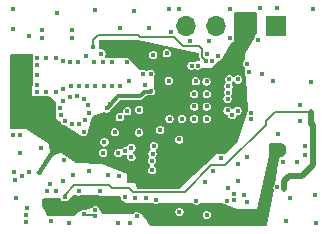
<source format=gbr>
%TF.GenerationSoftware,KiCad,Pcbnew,9.0.0*%
%TF.CreationDate,2025-06-12T14:50:32+02:00*%
%TF.ProjectId,hardware v4 pro max,68617264-7761-4726-9520-76342070726f,rev?*%
%TF.SameCoordinates,Original*%
%TF.FileFunction,Copper,L4,Inr*%
%TF.FilePolarity,Positive*%
%FSLAX46Y46*%
G04 Gerber Fmt 4.6, Leading zero omitted, Abs format (unit mm)*
G04 Created by KiCad (PCBNEW 9.0.0) date 2025-06-12 14:50:32*
%MOMM*%
%LPD*%
G01*
G04 APERTURE LIST*
%TA.AperFunction,ComponentPad*%
%ADD10R,1.700000X1.700000*%
%TD*%
%TA.AperFunction,ComponentPad*%
%ADD11O,1.700000X1.700000*%
%TD*%
%TA.AperFunction,ViaPad*%
%ADD12C,0.400000*%
%TD*%
%TA.AperFunction,Conductor*%
%ADD13C,0.200000*%
%TD*%
%TA.AperFunction,Conductor*%
%ADD14C,0.500000*%
%TD*%
%TA.AperFunction,Conductor*%
%ADD15C,0.150000*%
%TD*%
%TA.AperFunction,Conductor*%
%ADD16C,0.332000*%
%TD*%
G04 APERTURE END LIST*
D10*
%TO.N,GND*%
%TO.C,J3*%
X148570000Y-92965000D03*
D11*
%TO.N,+3.3V*%
X146030000Y-92965000D03*
%TO.N,OLED_SCL*%
X143490000Y-92965000D03*
%TO.N,OLED_SDA*%
X140950000Y-92965000D03*
%TD*%
D12*
%TO.N,Net-(BT1-+)*%
X126950000Y-103730000D03*
%TO.N,GND*%
X135400000Y-98100000D03*
X131310840Y-101330404D03*
X138430000Y-107710000D03*
X137800000Y-93200000D03*
X146150000Y-96180000D03*
X130060000Y-91880000D03*
X130550000Y-95950000D03*
X128800000Y-93300000D03*
X141830000Y-107780000D03*
X129950000Y-98550000D03*
X143900000Y-104190000D03*
X129950000Y-95700000D03*
X129150000Y-95700000D03*
X136200000Y-109700000D03*
X134400000Y-105600000D03*
X137300000Y-97020000D03*
X147060000Y-94160000D03*
X128350000Y-97950000D03*
X131100000Y-109700000D03*
X135300000Y-105700000D03*
X126420000Y-105370000D03*
X138200000Y-95450000D03*
X126900000Y-102200000D03*
X139350000Y-95300000D03*
X145070000Y-107210000D03*
X127670000Y-93820000D03*
X136680000Y-107530000D03*
X151580000Y-97700000D03*
X131300000Y-93300000D03*
X133950000Y-96050000D03*
X131850000Y-96050000D03*
X130600000Y-106100000D03*
X145380000Y-97520000D03*
X138100000Y-104400000D03*
X134000000Y-98100000D03*
X142900000Y-94250000D03*
X146290000Y-96930000D03*
X133300000Y-98100000D03*
X141680000Y-99810000D03*
X131200000Y-98100000D03*
X130550000Y-98300000D03*
X135810000Y-107500000D03*
X131940404Y-101279160D03*
X148720000Y-106660000D03*
X130600000Y-99340000D03*
X136150000Y-97630000D03*
X127520000Y-108410000D03*
X135200000Y-109700000D03*
X144490000Y-106720000D03*
X132320000Y-99200000D03*
X126360000Y-93240000D03*
X128350000Y-96300000D03*
X132460000Y-100920000D03*
X141290000Y-94240000D03*
X142740000Y-108990000D03*
X148640000Y-91490000D03*
X142720000Y-97690000D03*
X129580000Y-109500000D03*
X127450000Y-108990000D03*
X133150000Y-96050000D03*
X131900000Y-107000000D03*
X144680000Y-91590000D03*
X131119596Y-98980840D03*
X128350000Y-97150000D03*
X148330000Y-97680000D03*
X140630000Y-100860000D03*
X128680000Y-103360000D03*
X129150000Y-98550000D03*
X129500000Y-106400000D03*
X136990000Y-102010000D03*
X126300000Y-102200000D03*
X143710000Y-95520000D03*
X142750000Y-95350000D03*
X139510000Y-97630000D03*
X141680000Y-100860000D03*
X151050000Y-103950000D03*
X126360000Y-91560000D03*
X133820000Y-95330000D03*
X143300000Y-105300000D03*
X145080000Y-107770000D03*
X139580000Y-100860000D03*
X129200000Y-107000000D03*
X136590000Y-91750000D03*
X151050000Y-103150000D03*
X136000000Y-100210000D03*
X140420000Y-108740000D03*
X131300000Y-94000000D03*
X130329596Y-99910840D03*
X130000000Y-107000000D03*
X131900000Y-98100000D03*
X128350000Y-95700000D03*
X133230000Y-91600000D03*
X151930000Y-107340000D03*
X140420000Y-91540000D03*
X144730000Y-94040000D03*
X147260000Y-91500000D03*
X150400000Y-104550000D03*
X132300000Y-101950000D03*
X130610000Y-104330000D03*
X146100000Y-104100000D03*
X137490000Y-98030000D03*
X137980000Y-97020000D03*
X135370000Y-100720000D03*
X139690000Y-93490000D03*
X126490000Y-106010000D03*
X135950000Y-96050000D03*
X130380840Y-100540404D03*
X142600000Y-106230000D03*
X139520000Y-91550000D03*
X135400000Y-93200000D03*
X137600000Y-107520000D03*
X132500000Y-95500000D03*
X128350000Y-98550000D03*
X145870000Y-107290000D03*
X134700000Y-98100000D03*
X151760000Y-91550000D03*
X144460000Y-107790000D03*
X131150000Y-96050000D03*
X135840000Y-103590000D03*
X133700000Y-107000000D03*
X151960000Y-109660000D03*
X127670000Y-105340000D03*
X138100000Y-105200000D03*
X128800000Y-94000000D03*
X134950000Y-102000000D03*
X132600000Y-98100000D03*
X133970000Y-103730000D03*
X127430000Y-109590000D03*
X142730000Y-98760000D03*
X149460000Y-109500000D03*
X141680000Y-98760000D03*
X147440000Y-97030000D03*
X149780000Y-107600000D03*
X132679160Y-99719596D03*
X142730000Y-99810000D03*
X131749160Y-98929596D03*
X149150000Y-104550000D03*
X134700000Y-96050000D03*
X145340000Y-100170000D03*
X148780000Y-102170000D03*
X142730000Y-100860000D03*
X141800000Y-97680000D03*
X130740000Y-101060000D03*
X132730404Y-100349160D03*
X134070000Y-102820000D03*
X127120000Y-105730000D03*
X137020000Y-100090000D03*
%TO.N,+3.3V*%
X137090000Y-105890000D03*
X136580000Y-105940000D03*
X135790000Y-99550000D03*
X144950000Y-99650000D03*
X144650000Y-95630000D03*
X137900000Y-102050000D03*
X128580000Y-105330000D03*
X134350000Y-101400000D03*
X140800000Y-95700000D03*
X138600000Y-96550000D03*
X132250000Y-102600000D03*
X126550000Y-95800000D03*
X136310000Y-99560000D03*
X133300000Y-102450000D03*
X134380000Y-94710000D03*
X141600000Y-95650000D03*
X144600000Y-103200000D03*
X137015000Y-106400000D03*
X127150000Y-95800000D03*
X137595000Y-105825000D03*
%TO.N,vusb*%
X132300000Y-108900000D03*
X133300000Y-109100000D03*
X151600000Y-100300000D03*
X130700000Y-107500000D03*
X149300000Y-106100000D03*
X149300000Y-106800000D03*
%TO.N,B2*%
X143210000Y-95940000D03*
%TO.N,B1*%
X133080000Y-94810000D03*
X142660000Y-95960000D03*
%TO.N,FSPIWP*%
X140400000Y-102600000D03*
X145400000Y-104700000D03*
%TO.N,OLED_SCL*%
X141450000Y-96350000D03*
%TO.N,OLED_SDA*%
X141950000Y-96350000D03*
%TO.N,FSPICS2*%
X144570000Y-98100000D03*
X146100000Y-107900000D03*
%TO.N,Net-(PA1010D1-RX)*%
X136350000Y-104100000D03*
%TO.N,Net-(PA1010D1-TX)*%
X136350000Y-103300000D03*
%TO.N,GPSRX*%
X138150000Y-103800000D03*
X144500000Y-99150000D03*
%TO.N,GPSTX*%
X138250000Y-103150000D03*
X144560000Y-98640000D03*
%TO.N,BAT+*%
X148800000Y-103200000D03*
X138570413Y-109190391D03*
X129900000Y-108000000D03*
X138550000Y-109690000D03*
X129200000Y-108000000D03*
X138570000Y-108710000D03*
X148800000Y-103800000D03*
%TO.N,D+*%
X146500000Y-100400000D03*
X150650000Y-101000000D03*
%TO.N,D-*%
X150650000Y-99650000D03*
X146500000Y-100900000D03*
%TO.N,FSPIQ*%
X145400000Y-106100000D03*
X138800000Y-101800000D03*
%TO.N,LED_PWM*%
X144630000Y-97510000D03*
X126610000Y-107540000D03*
%TO.N,EN*%
X136800000Y-109100000D03*
X132800000Y-105300000D03*
%TO.N,Net-(IC1-VDDA3P3_1)*%
X134580000Y-99590000D03*
X134260000Y-99980000D03*
X138010000Y-98520000D03*
X137510000Y-98560000D03*
%TO.N,KILL*%
X135250000Y-103750000D03*
X133300000Y-108600000D03*
%TO.N,Net-(IC4-~{PB})*%
X131440000Y-105570000D03*
%TO.N,GPIO_SUP_1*%
X144890000Y-100540000D03*
%TO.N,GPIO_SUP_2*%
X144500000Y-100150000D03*
%TD*%
D13*
%TO.N,vusb*%
X136150000Y-106700000D02*
X136500000Y-107050000D01*
D14*
X150000000Y-105700000D02*
X149700000Y-105700000D01*
X151600000Y-101300000D02*
X151700000Y-101400000D01*
D13*
X133200000Y-109000000D02*
X132400000Y-109000000D01*
X147720000Y-101040000D02*
X148470000Y-100290000D01*
D14*
X149300000Y-106100000D02*
X149300000Y-106800000D01*
D13*
X132400000Y-109000000D02*
X132300000Y-108900000D01*
D14*
X151700000Y-101400000D02*
X151700000Y-104800000D01*
D13*
X130700000Y-107500000D02*
X130700000Y-107300000D01*
D14*
X149700000Y-105700000D02*
X149300000Y-106100000D01*
D13*
X148470000Y-100290000D02*
X151610000Y-100290000D01*
X133300000Y-109100000D02*
X133200000Y-109000000D01*
X134470000Y-106500000D02*
X134670000Y-106700000D01*
X134670000Y-106700000D02*
X136150000Y-106700000D01*
X136500000Y-107050000D02*
X140860000Y-107050000D01*
D14*
X151700000Y-104800000D02*
X150800000Y-105700000D01*
X151600000Y-101300000D02*
X151600000Y-100300000D01*
D13*
X140860000Y-107050000D02*
X143120000Y-104790000D01*
X143120000Y-104790000D02*
X144270000Y-104790000D01*
X130700000Y-107300000D02*
X131500000Y-106500000D01*
X144270000Y-104790000D02*
X147720000Y-101340000D01*
X131500000Y-106500000D02*
X134470000Y-106500000D01*
D14*
X150800000Y-105700000D02*
X150000000Y-105700000D01*
D13*
X147720000Y-101340000D02*
X147720000Y-101040000D01*
D15*
%TO.N,B1*%
X137090000Y-93950000D02*
X139950000Y-93950000D01*
X140700000Y-94700000D02*
X142080000Y-94700000D01*
X133510000Y-93740000D02*
X136880000Y-93740000D01*
X142330000Y-95620000D02*
X142640000Y-95930000D01*
X139950000Y-93950000D02*
X140700000Y-94700000D01*
X136880000Y-93740000D02*
X137090000Y-93950000D01*
X142080000Y-94700000D02*
X142330000Y-94950000D01*
X142330000Y-94950000D02*
X142330000Y-95620000D01*
X133080000Y-94810000D02*
X133080000Y-94170000D01*
X133080000Y-94170000D02*
X133510000Y-93740000D01*
D16*
%TO.N,Net-(IC1-VDDA3P3_1)*%
X134260000Y-99980000D02*
X134590000Y-99650000D01*
X137110000Y-98910000D02*
X137470000Y-98550000D01*
X135240000Y-98910000D02*
X137110000Y-98910000D01*
X134590000Y-99560000D02*
X135240000Y-98910000D01*
X134590000Y-99650000D02*
X134590000Y-99560000D01*
X137470000Y-98550000D02*
X138020000Y-98550000D01*
X138020000Y-98550000D02*
X138030000Y-98540000D01*
%TD*%
%TA.AperFunction,Conductor*%
%TO.N,+3.3V*%
G36*
X146873975Y-91809347D02*
G01*
X146940911Y-91829378D01*
X146986392Y-91882419D01*
X146997304Y-91935997D01*
X146960721Y-93646273D01*
X146956086Y-93661972D01*
X146956353Y-93676344D01*
X146942289Y-93708715D01*
X146831908Y-93887681D01*
X146814050Y-93910267D01*
X146779532Y-93944785D01*
X146733386Y-94024712D01*
X146733384Y-94024716D01*
X146727325Y-94047329D01*
X146713091Y-94080327D01*
X145930000Y-95349997D01*
X145930000Y-95349999D01*
X145958083Y-95817210D01*
X145942456Y-95885310D01*
X145921988Y-95912330D01*
X145869534Y-95964784D01*
X145869526Y-95964794D01*
X145823388Y-96044706D01*
X145823387Y-96044709D01*
X145823386Y-96044711D01*
X145823386Y-96044712D01*
X145799500Y-96133856D01*
X145799500Y-96226144D01*
X145822103Y-96310500D01*
X145823387Y-96315290D01*
X145823388Y-96315293D01*
X145869526Y-96395205D01*
X145869529Y-96395209D01*
X145869531Y-96395212D01*
X145934788Y-96460469D01*
X145938300Y-96462496D01*
X145941201Y-96464172D01*
X145946912Y-96470161D01*
X145954636Y-96473143D01*
X145970670Y-96495077D01*
X145989417Y-96514738D01*
X145992049Y-96524324D01*
X145995869Y-96529549D01*
X146002979Y-96564119D01*
X146009564Y-96673677D01*
X145993937Y-96741777D01*
X145993174Y-96743117D01*
X145963387Y-96794708D01*
X145963387Y-96794709D01*
X145939500Y-96883856D01*
X145939500Y-96976143D01*
X145963387Y-97065290D01*
X145963388Y-97065293D01*
X146009526Y-97145205D01*
X146014478Y-97151658D01*
X146012584Y-97153111D01*
X146040241Y-97203760D01*
X146042798Y-97221839D01*
X146055705Y-97414785D01*
X146236244Y-100113861D01*
X146221077Y-100182065D01*
X146219906Y-100184138D01*
X146173388Y-100264706D01*
X146173387Y-100264709D01*
X146173386Y-100264711D01*
X146173386Y-100264712D01*
X146155758Y-100330500D01*
X146149500Y-100353856D01*
X146149500Y-100405343D01*
X146142439Y-100446590D01*
X145279243Y-102893795D01*
X145250458Y-102939754D01*
X144387082Y-103812513D01*
X144325941Y-103846329D01*
X144297275Y-103849296D01*
X143981716Y-103845089D01*
X143966231Y-103844882D01*
X143946144Y-103839500D01*
X143853856Y-103839500D01*
X143840047Y-103843199D01*
X143822883Y-103842971D01*
X143603776Y-103840050D01*
X143600000Y-103840000D01*
X143599999Y-103840000D01*
X141685235Y-105640000D01*
X140503817Y-106750608D01*
X140487606Y-106765847D01*
X140425278Y-106797422D01*
X140402674Y-106799500D01*
X137986808Y-106799500D01*
X137983670Y-106799460D01*
X136898345Y-106771983D01*
X136831825Y-106750608D01*
X136788171Y-106698385D01*
X136620000Y-106320000D01*
X136118007Y-106295710D01*
X136051997Y-106272808D01*
X136008848Y-106217855D01*
X136000000Y-106171855D01*
X136000000Y-105560000D01*
X135999999Y-105559998D01*
X133880004Y-104670000D01*
X133880000Y-104669999D01*
X131735749Y-104620819D01*
X131670177Y-104600270D01*
X130429041Y-103779210D01*
X130428945Y-103779148D01*
X130399999Y-103759999D01*
X129800001Y-103909999D01*
X129800000Y-103909999D01*
X129800000Y-103910000D01*
X129542928Y-104283727D01*
X128672504Y-105549132D01*
X128671211Y-105550183D01*
X128670651Y-105551753D01*
X128644197Y-105572146D01*
X128618292Y-105593210D01*
X128616636Y-105593395D01*
X128615316Y-105594413D01*
X128582041Y-105597267D01*
X128548856Y-105600982D01*
X128546829Y-105600288D01*
X128545702Y-105600385D01*
X128512462Y-105588521D01*
X128372151Y-105514468D01*
X128322050Y-105465768D01*
X128306232Y-105397712D01*
X128327216Y-105335483D01*
X129430000Y-103700000D01*
X129429226Y-103683856D01*
X133619500Y-103683856D01*
X133619500Y-103776144D01*
X133642876Y-103863386D01*
X133643387Y-103865290D01*
X133643388Y-103865293D01*
X133689526Y-103945205D01*
X133689529Y-103945209D01*
X133689531Y-103945212D01*
X133754788Y-104010469D01*
X133754791Y-104010470D01*
X133754794Y-104010473D01*
X133834706Y-104056611D01*
X133834707Y-104056611D01*
X133834712Y-104056614D01*
X133923856Y-104080500D01*
X133923858Y-104080500D01*
X134016142Y-104080500D01*
X134016144Y-104080500D01*
X134105288Y-104056614D01*
X134185212Y-104010469D01*
X134250469Y-103945212D01*
X134296614Y-103865288D01*
X134320500Y-103776144D01*
X134320500Y-103703856D01*
X134899500Y-103703856D01*
X134899500Y-103796144D01*
X134923251Y-103884785D01*
X134923387Y-103885290D01*
X134923388Y-103885293D01*
X134969526Y-103965205D01*
X134969529Y-103965209D01*
X134969531Y-103965212D01*
X135034788Y-104030469D01*
X135034791Y-104030470D01*
X135034794Y-104030473D01*
X135114706Y-104076611D01*
X135114707Y-104076611D01*
X135114712Y-104076614D01*
X135203856Y-104100500D01*
X135203858Y-104100500D01*
X135296142Y-104100500D01*
X135296144Y-104100500D01*
X135385288Y-104076614D01*
X135465212Y-104030469D01*
X135530469Y-103965212D01*
X135533072Y-103960702D01*
X135583637Y-103912487D01*
X135652244Y-103899262D01*
X135662171Y-103900617D01*
X135683607Y-103904429D01*
X135704712Y-103916614D01*
X135793856Y-103940500D01*
X135886144Y-103940500D01*
X135886260Y-103940468D01*
X135897211Y-103942416D01*
X135919091Y-103953300D01*
X135942539Y-103960185D01*
X135949816Y-103968583D01*
X135959769Y-103973534D01*
X135972293Y-103994523D01*
X135988294Y-104012989D01*
X135991152Y-104026129D01*
X135995571Y-104033534D01*
X135995199Y-104044730D01*
X135999500Y-104064500D01*
X135999500Y-104146144D01*
X136011621Y-104191381D01*
X136023387Y-104235290D01*
X136023388Y-104235293D01*
X136069526Y-104315205D01*
X136069529Y-104315209D01*
X136069531Y-104315212D01*
X136134788Y-104380469D01*
X136134791Y-104380470D01*
X136134794Y-104380473D01*
X136214706Y-104426611D01*
X136214707Y-104426611D01*
X136214712Y-104426614D01*
X136303856Y-104450500D01*
X136303858Y-104450500D01*
X136396142Y-104450500D01*
X136396144Y-104450500D01*
X136485288Y-104426614D01*
X136565212Y-104380469D01*
X136591825Y-104353856D01*
X137749500Y-104353856D01*
X137749500Y-104446144D01*
X137768382Y-104516614D01*
X137773387Y-104535290D01*
X137773388Y-104535293D01*
X137819526Y-104615205D01*
X137819529Y-104615209D01*
X137819531Y-104615212D01*
X137884788Y-104680469D01*
X137901108Y-104689891D01*
X137905823Y-104692614D01*
X137954038Y-104743182D01*
X137967259Y-104811789D01*
X137941290Y-104876653D01*
X137905823Y-104907386D01*
X137884791Y-104919529D01*
X137884785Y-104919533D01*
X137819533Y-104984785D01*
X137819526Y-104984794D01*
X137773388Y-105064706D01*
X137773387Y-105064709D01*
X137773386Y-105064711D01*
X137773386Y-105064712D01*
X137749500Y-105153856D01*
X137749500Y-105246144D01*
X137762284Y-105293856D01*
X137773387Y-105335290D01*
X137773388Y-105335293D01*
X137819526Y-105415205D01*
X137819529Y-105415209D01*
X137819531Y-105415212D01*
X137884788Y-105480469D01*
X137884791Y-105480470D01*
X137884794Y-105480473D01*
X137964706Y-105526611D01*
X137964707Y-105526611D01*
X137964712Y-105526614D01*
X138053856Y-105550500D01*
X138053858Y-105550500D01*
X138146142Y-105550500D01*
X138146144Y-105550500D01*
X138235288Y-105526614D01*
X138315212Y-105480469D01*
X138380469Y-105415212D01*
X138426614Y-105335288D01*
X138450500Y-105246144D01*
X138450500Y-105153856D01*
X138426614Y-105064712D01*
X138418409Y-105050500D01*
X138380473Y-104984794D01*
X138380470Y-104984791D01*
X138380469Y-104984788D01*
X138315212Y-104919531D01*
X138294177Y-104907386D01*
X138245962Y-104856820D01*
X138232739Y-104788213D01*
X138258708Y-104723348D01*
X138294178Y-104692613D01*
X138315212Y-104680469D01*
X138380469Y-104615212D01*
X138426614Y-104535288D01*
X138450500Y-104446144D01*
X138450500Y-104353856D01*
X138426614Y-104264712D01*
X138384276Y-104191381D01*
X138367802Y-104123481D01*
X138390654Y-104057454D01*
X138403971Y-104041709D01*
X138430469Y-104015212D01*
X138476614Y-103935288D01*
X138500500Y-103846144D01*
X138500500Y-103753856D01*
X138476614Y-103664712D01*
X138476613Y-103664711D01*
X138476613Y-103664709D01*
X138446546Y-103612634D01*
X138433764Y-103590495D01*
X138417291Y-103522598D01*
X138440142Y-103456571D01*
X138459627Y-103436378D01*
X138459465Y-103436216D01*
X138492295Y-103403386D01*
X138530469Y-103365212D01*
X138576614Y-103285288D01*
X138600500Y-103196144D01*
X138600500Y-103103856D01*
X138576614Y-103014712D01*
X138573605Y-103009500D01*
X138530473Y-102934794D01*
X138530470Y-102934791D01*
X138530469Y-102934788D01*
X138465212Y-102869531D01*
X138465209Y-102869529D01*
X138465205Y-102869526D01*
X138385293Y-102823388D01*
X138385290Y-102823387D01*
X138385289Y-102823386D01*
X138385288Y-102823386D01*
X138296144Y-102799500D01*
X138203856Y-102799500D01*
X138114712Y-102823386D01*
X138114711Y-102823386D01*
X138114709Y-102823387D01*
X138114706Y-102823388D01*
X138034794Y-102869526D01*
X138034785Y-102869533D01*
X137969533Y-102934785D01*
X137969526Y-102934794D01*
X137923388Y-103014706D01*
X137923387Y-103014709D01*
X137899500Y-103103856D01*
X137899500Y-103196143D01*
X137923386Y-103285290D01*
X137966234Y-103359501D01*
X137982708Y-103427401D01*
X137959856Y-103493429D01*
X137940373Y-103513622D01*
X137940535Y-103513784D01*
X137869533Y-103584785D01*
X137869526Y-103584794D01*
X137823388Y-103664706D01*
X137823387Y-103664709D01*
X137823386Y-103664711D01*
X137823386Y-103664712D01*
X137799500Y-103753856D01*
X137799500Y-103846144D01*
X137816610Y-103909999D01*
X137823386Y-103935288D01*
X137865724Y-104008618D01*
X137882197Y-104076518D01*
X137859345Y-104142545D01*
X137846020Y-104158299D01*
X137819531Y-104184788D01*
X137819526Y-104184794D01*
X137773388Y-104264706D01*
X137773387Y-104264709D01*
X137773386Y-104264711D01*
X137773386Y-104264712D01*
X137749500Y-104353856D01*
X136591825Y-104353856D01*
X136630469Y-104315212D01*
X136676614Y-104235288D01*
X136700500Y-104146144D01*
X136700500Y-104053856D01*
X136676614Y-103964712D01*
X136674300Y-103960704D01*
X136630473Y-103884794D01*
X136630470Y-103884791D01*
X136630469Y-103884788D01*
X136565212Y-103819531D01*
X136544177Y-103807386D01*
X136495962Y-103756820D01*
X136482739Y-103688213D01*
X136508708Y-103623348D01*
X136544178Y-103592613D01*
X136565212Y-103580469D01*
X136630469Y-103515212D01*
X136676614Y-103435288D01*
X136700500Y-103346144D01*
X136700500Y-103253856D01*
X136676614Y-103164712D01*
X136676611Y-103164706D01*
X136630473Y-103084794D01*
X136630470Y-103084791D01*
X136630469Y-103084788D01*
X136565212Y-103019531D01*
X136565209Y-103019529D01*
X136565205Y-103019526D01*
X136485293Y-102973388D01*
X136485290Y-102973387D01*
X136485289Y-102973386D01*
X136485288Y-102973386D01*
X136396144Y-102949500D01*
X136303856Y-102949500D01*
X136214712Y-102973386D01*
X136214711Y-102973386D01*
X136214709Y-102973387D01*
X136214706Y-102973388D01*
X136134794Y-103019526D01*
X136134785Y-103019533D01*
X136069533Y-103084785D01*
X136069526Y-103084794D01*
X136023385Y-103164710D01*
X136023324Y-103164860D01*
X136023238Y-103164966D01*
X136019321Y-103171751D01*
X136018263Y-103171140D01*
X135979484Y-103219264D01*
X135913190Y-103241329D01*
X135892577Y-103240347D01*
X135886144Y-103239500D01*
X135793856Y-103239500D01*
X135704712Y-103263386D01*
X135704711Y-103263386D01*
X135704709Y-103263387D01*
X135704706Y-103263388D01*
X135624794Y-103309526D01*
X135624785Y-103309533D01*
X135559533Y-103374785D01*
X135559524Y-103374797D01*
X135556921Y-103379306D01*
X135506351Y-103427518D01*
X135437743Y-103440736D01*
X135392849Y-103426382D01*
X135392802Y-103426498D01*
X135391422Y-103425926D01*
X135387539Y-103424685D01*
X135385291Y-103423387D01*
X135385288Y-103423386D01*
X135296144Y-103399500D01*
X135203856Y-103399500D01*
X135114712Y-103423386D01*
X135114711Y-103423386D01*
X135114709Y-103423387D01*
X135114706Y-103423388D01*
X135034794Y-103469526D01*
X135034785Y-103469533D01*
X134969533Y-103534785D01*
X134969526Y-103534794D01*
X134923388Y-103614706D01*
X134923387Y-103614709D01*
X134923386Y-103614711D01*
X134923386Y-103614712D01*
X134899500Y-103703856D01*
X134320500Y-103703856D01*
X134320500Y-103683856D01*
X134296614Y-103594712D01*
X134296611Y-103594706D01*
X134250473Y-103514794D01*
X134250470Y-103514791D01*
X134250469Y-103514788D01*
X134185212Y-103449531D01*
X134185209Y-103449529D01*
X134185205Y-103449526D01*
X134098249Y-103399321D01*
X134098937Y-103398128D01*
X134051242Y-103359695D01*
X134029175Y-103293402D01*
X134046452Y-103225702D01*
X134097588Y-103178090D01*
X134120993Y-103169200D01*
X134205288Y-103146614D01*
X134285212Y-103100469D01*
X134350469Y-103035212D01*
X134396614Y-102955288D01*
X134420500Y-102866144D01*
X134420500Y-102773856D01*
X134396614Y-102684712D01*
X134374346Y-102646144D01*
X134352168Y-102607730D01*
X134352167Y-102607729D01*
X134350472Y-102604794D01*
X134350469Y-102604788D01*
X134299537Y-102553856D01*
X140049500Y-102553856D01*
X140049500Y-102646144D01*
X140059834Y-102684712D01*
X140073387Y-102735290D01*
X140073388Y-102735293D01*
X140119526Y-102815205D01*
X140119529Y-102815209D01*
X140119531Y-102815212D01*
X140184788Y-102880469D01*
X140184791Y-102880470D01*
X140184794Y-102880473D01*
X140264706Y-102926611D01*
X140264707Y-102926611D01*
X140264712Y-102926614D01*
X140353856Y-102950500D01*
X140353858Y-102950500D01*
X140446142Y-102950500D01*
X140446144Y-102950500D01*
X140535288Y-102926614D01*
X140615212Y-102880469D01*
X140680469Y-102815212D01*
X140726614Y-102735288D01*
X140750500Y-102646144D01*
X140750500Y-102553856D01*
X140726614Y-102464712D01*
X140698035Y-102415212D01*
X140680473Y-102384794D01*
X140680470Y-102384791D01*
X140680469Y-102384788D01*
X140615212Y-102319531D01*
X140615209Y-102319529D01*
X140615205Y-102319526D01*
X140535293Y-102273388D01*
X140535290Y-102273387D01*
X140535289Y-102273386D01*
X140535288Y-102273386D01*
X140446144Y-102249500D01*
X140353856Y-102249500D01*
X140264712Y-102273386D01*
X140264711Y-102273386D01*
X140264709Y-102273387D01*
X140264706Y-102273388D01*
X140184794Y-102319526D01*
X140184785Y-102319533D01*
X140119533Y-102384785D01*
X140119526Y-102384794D01*
X140073388Y-102464706D01*
X140073387Y-102464709D01*
X140073386Y-102464711D01*
X140073386Y-102464712D01*
X140049500Y-102553856D01*
X134299537Y-102553856D01*
X134285212Y-102539531D01*
X134285209Y-102539529D01*
X134285205Y-102539526D01*
X134205293Y-102493388D01*
X134205290Y-102493387D01*
X134205289Y-102493386D01*
X134205288Y-102493386D01*
X134116144Y-102469500D01*
X134023856Y-102469500D01*
X133934712Y-102493386D01*
X133934711Y-102493386D01*
X133934709Y-102493387D01*
X133934706Y-102493388D01*
X133854794Y-102539526D01*
X133854785Y-102539533D01*
X133789533Y-102604785D01*
X133789526Y-102604794D01*
X133743388Y-102684706D01*
X133743387Y-102684709D01*
X133743386Y-102684711D01*
X133743386Y-102684712D01*
X133719500Y-102773856D01*
X133719500Y-102866144D01*
X133742103Y-102950500D01*
X133743387Y-102955290D01*
X133743388Y-102955293D01*
X133789526Y-103035205D01*
X133789529Y-103035209D01*
X133789531Y-103035212D01*
X133854788Y-103100469D01*
X133854791Y-103100470D01*
X133854794Y-103100473D01*
X133941751Y-103150679D01*
X133941061Y-103151873D01*
X133988752Y-103190296D01*
X134010824Y-103256588D01*
X133993551Y-103324289D01*
X133942419Y-103371905D01*
X133918997Y-103380802D01*
X133834707Y-103403387D01*
X133834706Y-103403388D01*
X133754794Y-103449526D01*
X133754785Y-103449533D01*
X133689533Y-103514785D01*
X133689526Y-103514794D01*
X133643388Y-103594706D01*
X133643387Y-103594709D01*
X133643386Y-103594711D01*
X133643386Y-103594712D01*
X133619500Y-103683856D01*
X129429226Y-103683856D01*
X129399344Y-103060968D01*
X129338188Y-103019526D01*
X127450000Y-101740000D01*
X126172836Y-101722856D01*
X126106066Y-101702273D01*
X126061024Y-101648860D01*
X126050500Y-101598867D01*
X126050500Y-95504000D01*
X126070185Y-95436961D01*
X126122989Y-95391206D01*
X126174500Y-95380000D01*
X127915255Y-95380000D01*
X127982294Y-95399685D01*
X128028049Y-95452489D01*
X128037993Y-95521647D01*
X128025789Y-95556904D01*
X128026498Y-95557198D01*
X128023387Y-95564709D01*
X128023386Y-95564711D01*
X128023386Y-95564712D01*
X127999500Y-95653856D01*
X127999500Y-95746144D01*
X128021835Y-95829500D01*
X128023387Y-95835290D01*
X128023388Y-95835293D01*
X128046620Y-95875531D01*
X128050825Y-95892863D01*
X128059742Y-95908312D01*
X128063089Y-95943413D01*
X128063094Y-95943431D01*
X128063093Y-95943447D01*
X128056589Y-96079647D01*
X128040118Y-96135731D01*
X128023386Y-96164711D01*
X128023386Y-96164712D01*
X127999500Y-96253856D01*
X127999500Y-96346144D01*
X128012898Y-96396144D01*
X128023386Y-96435287D01*
X128026497Y-96442798D01*
X128023624Y-96443987D01*
X128036631Y-96497597D01*
X128036630Y-96497612D01*
X128010090Y-97053396D01*
X128009482Y-97066144D01*
X128009455Y-97066702D01*
X127999500Y-97103856D01*
X127999500Y-97196144D01*
X128002702Y-97208096D01*
X128001780Y-97227419D01*
X127919999Y-98940000D01*
X127920000Y-98939999D01*
X127920000Y-98940000D01*
X129348778Y-98930346D01*
X129415949Y-98949577D01*
X129436531Y-98965903D01*
X129943288Y-99463922D01*
X129977305Y-99524951D01*
X129980370Y-99551470D01*
X129982410Y-99835099D01*
X129982531Y-99851874D01*
X129979096Y-99864696D01*
X129979096Y-99956984D01*
X129983402Y-99973058D01*
X129983517Y-99988929D01*
X129987804Y-100584709D01*
X129990000Y-100890000D01*
X130354494Y-101127636D01*
X130364632Y-101134245D01*
X130410039Y-101187348D01*
X130411467Y-101190657D01*
X130413383Y-101195283D01*
X130459528Y-101275208D01*
X130459530Y-101275210D01*
X130459531Y-101275212D01*
X130524788Y-101340469D01*
X130524791Y-101340470D01*
X130524794Y-101340473D01*
X130604706Y-101386611D01*
X130604707Y-101386611D01*
X130604712Y-101386614D01*
X130693856Y-101410500D01*
X130693858Y-101410500D01*
X130751509Y-101410500D01*
X130818548Y-101430185D01*
X130819202Y-101430607D01*
X131095493Y-101610738D01*
X131095628Y-101610873D01*
X131096256Y-101611235D01*
X131721111Y-102018616D01*
X132030000Y-102220000D01*
X132029999Y-102220000D01*
X132038606Y-102220331D01*
X132095844Y-102236853D01*
X132164706Y-102276611D01*
X132164707Y-102276611D01*
X132164712Y-102276614D01*
X132253856Y-102300500D01*
X132253858Y-102300500D01*
X132346142Y-102300500D01*
X132346144Y-102300500D01*
X132435288Y-102276614D01*
X132501907Y-102238150D01*
X132550000Y-102240000D01*
X132571948Y-102173732D01*
X132580469Y-102165212D01*
X132626614Y-102085288D01*
X132650500Y-101996144D01*
X132650500Y-101956566D01*
X132650937Y-101953856D01*
X134599500Y-101953856D01*
X134599500Y-102046144D01*
X134621061Y-102126612D01*
X134623387Y-102135290D01*
X134623388Y-102135293D01*
X134669526Y-102215205D01*
X134669529Y-102215209D01*
X134669531Y-102215212D01*
X134734788Y-102280469D01*
X134734791Y-102280470D01*
X134734794Y-102280473D01*
X134814706Y-102326611D01*
X134814707Y-102326611D01*
X134814712Y-102326614D01*
X134903856Y-102350500D01*
X134903858Y-102350500D01*
X134996142Y-102350500D01*
X134996144Y-102350500D01*
X135085288Y-102326614D01*
X135165212Y-102280469D01*
X135230469Y-102215212D01*
X135276614Y-102135288D01*
X135300500Y-102046144D01*
X135300500Y-101963856D01*
X136639500Y-101963856D01*
X136639500Y-102056144D01*
X136658382Y-102126614D01*
X136663387Y-102145290D01*
X136663388Y-102145293D01*
X136709526Y-102225205D01*
X136709529Y-102225209D01*
X136709531Y-102225212D01*
X136774788Y-102290469D01*
X136774791Y-102290470D01*
X136774794Y-102290473D01*
X136854706Y-102336611D01*
X136854707Y-102336611D01*
X136854712Y-102336614D01*
X136943856Y-102360500D01*
X136943858Y-102360500D01*
X137036142Y-102360500D01*
X137036144Y-102360500D01*
X137125288Y-102336614D01*
X137205212Y-102290469D01*
X137270469Y-102225212D01*
X137316614Y-102145288D01*
X137340500Y-102056144D01*
X137340500Y-101963856D01*
X137316614Y-101874712D01*
X137270469Y-101794788D01*
X137229537Y-101753856D01*
X138449500Y-101753856D01*
X138449500Y-101846144D01*
X138465737Y-101906742D01*
X138473387Y-101935290D01*
X138473388Y-101935293D01*
X138519526Y-102015205D01*
X138519529Y-102015209D01*
X138519531Y-102015212D01*
X138584788Y-102080469D01*
X138584791Y-102080470D01*
X138584794Y-102080473D01*
X138664706Y-102126611D01*
X138664707Y-102126611D01*
X138664712Y-102126614D01*
X138753856Y-102150500D01*
X138753858Y-102150500D01*
X138846142Y-102150500D01*
X138846144Y-102150500D01*
X138935288Y-102126614D01*
X139015212Y-102080469D01*
X139080469Y-102015212D01*
X139126614Y-101935288D01*
X139150500Y-101846144D01*
X139150500Y-101753856D01*
X139126614Y-101664712D01*
X139123605Y-101659500D01*
X139080473Y-101584794D01*
X139080470Y-101584791D01*
X139080469Y-101584788D01*
X139015212Y-101519531D01*
X139015209Y-101519529D01*
X139015205Y-101519526D01*
X138935293Y-101473388D01*
X138935290Y-101473387D01*
X138935289Y-101473386D01*
X138935288Y-101473386D01*
X138846144Y-101449500D01*
X138753856Y-101449500D01*
X138664712Y-101473386D01*
X138664711Y-101473386D01*
X138664709Y-101473387D01*
X138664706Y-101473388D01*
X138584794Y-101519526D01*
X138584785Y-101519533D01*
X138519533Y-101584785D01*
X138519526Y-101584794D01*
X138473388Y-101664706D01*
X138473387Y-101664709D01*
X138473386Y-101664711D01*
X138473386Y-101664712D01*
X138449500Y-101753856D01*
X137229537Y-101753856D01*
X137205212Y-101729531D01*
X137205209Y-101729529D01*
X137205205Y-101729526D01*
X137125293Y-101683388D01*
X137125290Y-101683387D01*
X137125289Y-101683386D01*
X137125288Y-101683386D01*
X137036144Y-101659500D01*
X136943856Y-101659500D01*
X136854712Y-101683386D01*
X136854711Y-101683386D01*
X136854709Y-101683387D01*
X136854706Y-101683388D01*
X136774794Y-101729526D01*
X136774785Y-101729533D01*
X136709533Y-101794785D01*
X136709526Y-101794794D01*
X136663388Y-101874706D01*
X136663387Y-101874709D01*
X136663386Y-101874711D01*
X136663386Y-101874712D01*
X136639500Y-101963856D01*
X135300500Y-101963856D01*
X135300500Y-101953856D01*
X135276614Y-101864712D01*
X135276611Y-101864706D01*
X135230473Y-101784794D01*
X135230470Y-101784791D01*
X135230469Y-101784788D01*
X135165212Y-101719531D01*
X135165209Y-101719529D01*
X135165205Y-101719526D01*
X135085293Y-101673388D01*
X135085290Y-101673387D01*
X135085289Y-101673386D01*
X135085288Y-101673386D01*
X134996144Y-101649500D01*
X134903856Y-101649500D01*
X134814712Y-101673386D01*
X134814711Y-101673386D01*
X134814709Y-101673387D01*
X134814706Y-101673388D01*
X134734794Y-101719526D01*
X134734785Y-101719533D01*
X134669533Y-101784785D01*
X134669526Y-101784794D01*
X134623388Y-101864706D01*
X134623387Y-101864709D01*
X134623386Y-101864711D01*
X134623386Y-101864712D01*
X134599500Y-101953856D01*
X132650937Y-101953856D01*
X132650948Y-101953786D01*
X132650573Y-101952325D01*
X132656785Y-101917588D01*
X133051915Y-100724602D01*
X133087039Y-100673856D01*
X135019500Y-100673856D01*
X135019500Y-100766144D01*
X135043002Y-100853856D01*
X135043387Y-100855290D01*
X135043388Y-100855293D01*
X135089526Y-100935205D01*
X135089529Y-100935209D01*
X135089531Y-100935212D01*
X135154788Y-101000469D01*
X135154791Y-101000470D01*
X135154794Y-101000473D01*
X135234706Y-101046611D01*
X135234707Y-101046611D01*
X135234712Y-101046614D01*
X135323856Y-101070500D01*
X135323858Y-101070500D01*
X135416142Y-101070500D01*
X135416144Y-101070500D01*
X135505288Y-101046614D01*
X135585212Y-101000469D01*
X135650469Y-100935212D01*
X135696614Y-100855288D01*
X135707716Y-100813856D01*
X139229500Y-100813856D01*
X139229500Y-100906144D01*
X139237289Y-100935214D01*
X139253387Y-100995290D01*
X139253388Y-100995293D01*
X139299526Y-101075205D01*
X139299529Y-101075209D01*
X139299531Y-101075212D01*
X139364788Y-101140469D01*
X139364791Y-101140470D01*
X139364794Y-101140473D01*
X139444706Y-101186611D01*
X139444707Y-101186611D01*
X139444712Y-101186614D01*
X139533856Y-101210500D01*
X139533858Y-101210500D01*
X139626142Y-101210500D01*
X139626144Y-101210500D01*
X139715288Y-101186614D01*
X139795212Y-101140469D01*
X139860469Y-101075212D01*
X139906614Y-100995288D01*
X139930500Y-100906144D01*
X139930500Y-100813856D01*
X140279500Y-100813856D01*
X140279500Y-100906144D01*
X140287289Y-100935214D01*
X140303387Y-100995290D01*
X140303388Y-100995293D01*
X140349526Y-101075205D01*
X140349529Y-101075209D01*
X140349531Y-101075212D01*
X140414788Y-101140469D01*
X140414791Y-101140470D01*
X140414794Y-101140473D01*
X140494706Y-101186611D01*
X140494707Y-101186611D01*
X140494712Y-101186614D01*
X140583856Y-101210500D01*
X140583858Y-101210500D01*
X140676142Y-101210500D01*
X140676144Y-101210500D01*
X140765288Y-101186614D01*
X140845212Y-101140469D01*
X140910469Y-101075212D01*
X140956614Y-100995288D01*
X140980500Y-100906144D01*
X140980500Y-100813856D01*
X141329500Y-100813856D01*
X141329500Y-100906144D01*
X141337289Y-100935214D01*
X141353387Y-100995290D01*
X141353388Y-100995293D01*
X141399526Y-101075205D01*
X141399529Y-101075209D01*
X141399531Y-101075212D01*
X141464788Y-101140469D01*
X141464791Y-101140470D01*
X141464794Y-101140473D01*
X141544706Y-101186611D01*
X141544707Y-101186611D01*
X141544712Y-101186614D01*
X141633856Y-101210500D01*
X141633858Y-101210500D01*
X141726142Y-101210500D01*
X141726144Y-101210500D01*
X141815288Y-101186614D01*
X141895212Y-101140469D01*
X141960469Y-101075212D01*
X142006614Y-100995288D01*
X142030500Y-100906144D01*
X142030500Y-100813856D01*
X142379500Y-100813856D01*
X142379500Y-100906144D01*
X142387289Y-100935214D01*
X142403387Y-100995290D01*
X142403388Y-100995293D01*
X142449526Y-101075205D01*
X142449529Y-101075209D01*
X142449531Y-101075212D01*
X142514788Y-101140469D01*
X142514791Y-101140470D01*
X142514794Y-101140473D01*
X142594706Y-101186611D01*
X142594707Y-101186611D01*
X142594712Y-101186614D01*
X142683856Y-101210500D01*
X142683858Y-101210500D01*
X142776142Y-101210500D01*
X142776144Y-101210500D01*
X142865288Y-101186614D01*
X142945212Y-101140469D01*
X143010469Y-101075212D01*
X143056614Y-100995288D01*
X143080500Y-100906144D01*
X143080500Y-100813856D01*
X143056614Y-100724712D01*
X143056552Y-100724604D01*
X143010473Y-100644794D01*
X143010470Y-100644791D01*
X143010469Y-100644788D01*
X142945212Y-100579531D01*
X142945209Y-100579529D01*
X142945205Y-100579526D01*
X142865293Y-100533388D01*
X142865290Y-100533387D01*
X142865289Y-100533386D01*
X142865288Y-100533386D01*
X142776144Y-100509500D01*
X142683856Y-100509500D01*
X142594712Y-100533386D01*
X142594711Y-100533386D01*
X142594709Y-100533387D01*
X142594706Y-100533388D01*
X142514794Y-100579526D01*
X142514785Y-100579533D01*
X142449533Y-100644785D01*
X142449526Y-100644794D01*
X142403388Y-100724706D01*
X142403387Y-100724709D01*
X142403386Y-100724711D01*
X142403386Y-100724712D01*
X142379500Y-100813856D01*
X142030500Y-100813856D01*
X142006614Y-100724712D01*
X142006552Y-100724604D01*
X141960473Y-100644794D01*
X141960470Y-100644791D01*
X141960469Y-100644788D01*
X141895212Y-100579531D01*
X141895209Y-100579529D01*
X141895205Y-100579526D01*
X141815293Y-100533388D01*
X141815290Y-100533387D01*
X141815289Y-100533386D01*
X141815288Y-100533386D01*
X141726144Y-100509500D01*
X141633856Y-100509500D01*
X141544712Y-100533386D01*
X141544711Y-100533386D01*
X141544709Y-100533387D01*
X141544706Y-100533388D01*
X141464794Y-100579526D01*
X141464785Y-100579533D01*
X141399533Y-100644785D01*
X141399526Y-100644794D01*
X141353388Y-100724706D01*
X141353387Y-100724709D01*
X141353386Y-100724711D01*
X141353386Y-100724712D01*
X141329500Y-100813856D01*
X140980500Y-100813856D01*
X140956614Y-100724712D01*
X140956552Y-100724604D01*
X140910473Y-100644794D01*
X140910470Y-100644791D01*
X140910469Y-100644788D01*
X140845212Y-100579531D01*
X140845209Y-100579529D01*
X140845205Y-100579526D01*
X140765293Y-100533388D01*
X140765290Y-100533387D01*
X140765289Y-100533386D01*
X140765288Y-100533386D01*
X140676144Y-100509500D01*
X140583856Y-100509500D01*
X140494712Y-100533386D01*
X140494711Y-100533386D01*
X140494709Y-100533387D01*
X140494706Y-100533388D01*
X140414794Y-100579526D01*
X140414785Y-100579533D01*
X140349533Y-100644785D01*
X140349526Y-100644794D01*
X140303388Y-100724706D01*
X140303387Y-100724709D01*
X140303386Y-100724711D01*
X140303386Y-100724712D01*
X140279500Y-100813856D01*
X139930500Y-100813856D01*
X139906614Y-100724712D01*
X139906552Y-100724604D01*
X139860473Y-100644794D01*
X139860470Y-100644791D01*
X139860469Y-100644788D01*
X139795212Y-100579531D01*
X139795209Y-100579529D01*
X139795205Y-100579526D01*
X139715293Y-100533388D01*
X139715290Y-100533387D01*
X139715289Y-100533386D01*
X139715288Y-100533386D01*
X139626144Y-100509500D01*
X139533856Y-100509500D01*
X139444712Y-100533386D01*
X139444711Y-100533386D01*
X139444709Y-100533387D01*
X139444706Y-100533388D01*
X139364794Y-100579526D01*
X139364785Y-100579533D01*
X139299533Y-100644785D01*
X139299526Y-100644794D01*
X139253388Y-100724706D01*
X139253387Y-100724709D01*
X139253386Y-100724711D01*
X139253386Y-100724712D01*
X139229500Y-100813856D01*
X135707716Y-100813856D01*
X135720500Y-100766144D01*
X135720500Y-100673856D01*
X135719216Y-100669066D01*
X135719743Y-100654782D01*
X135727641Y-100631140D01*
X135731480Y-100606507D01*
X135738521Y-100598572D01*
X135741882Y-100588512D01*
X135761309Y-100572891D01*
X135777855Y-100554247D01*
X135788066Y-100551379D01*
X135796334Y-100544732D01*
X135821123Y-100542094D01*
X135845122Y-100535355D01*
X135862280Y-100537716D01*
X135865812Y-100537341D01*
X135868177Y-100538528D01*
X135875742Y-100539569D01*
X135953856Y-100560500D01*
X135953859Y-100560500D01*
X136046142Y-100560500D01*
X136046144Y-100560500D01*
X136135288Y-100536614D01*
X136215212Y-100490469D01*
X136280469Y-100425212D01*
X136326614Y-100345288D01*
X136350500Y-100256144D01*
X136350500Y-100163856D01*
X136326614Y-100074712D01*
X136326611Y-100074706D01*
X136326611Y-100074705D01*
X136308800Y-100043856D01*
X136669500Y-100043856D01*
X136669500Y-100136144D01*
X136690935Y-100216142D01*
X136693387Y-100225290D01*
X136693388Y-100225293D01*
X136739526Y-100305205D01*
X136739529Y-100305209D01*
X136739531Y-100305212D01*
X136804788Y-100370469D01*
X136804791Y-100370470D01*
X136804794Y-100370473D01*
X136884706Y-100416611D01*
X136884707Y-100416611D01*
X136884712Y-100416614D01*
X136973856Y-100440500D01*
X136973858Y-100440500D01*
X137066142Y-100440500D01*
X137066144Y-100440500D01*
X137155288Y-100416614D01*
X137235212Y-100370469D01*
X137300469Y-100305212D01*
X137346614Y-100225288D01*
X137370500Y-100136144D01*
X137370500Y-100043856D01*
X137346614Y-99954712D01*
X137341176Y-99945293D01*
X137300473Y-99874794D01*
X137300470Y-99874791D01*
X137300469Y-99874788D01*
X137235212Y-99809531D01*
X137235209Y-99809529D01*
X137235205Y-99809526D01*
X137156104Y-99763856D01*
X141329500Y-99763856D01*
X141329500Y-99856144D01*
X141350574Y-99934794D01*
X141353387Y-99945290D01*
X141353388Y-99945293D01*
X141399526Y-100025205D01*
X141399528Y-100025207D01*
X141399531Y-100025212D01*
X141464788Y-100090469D01*
X141464791Y-100090470D01*
X141464794Y-100090473D01*
X141544706Y-100136611D01*
X141544707Y-100136611D01*
X141544712Y-100136614D01*
X141633856Y-100160500D01*
X141633858Y-100160500D01*
X141726142Y-100160500D01*
X141726144Y-100160500D01*
X141815288Y-100136614D01*
X141895212Y-100090469D01*
X141960469Y-100025212D01*
X142006614Y-99945288D01*
X142030500Y-99856144D01*
X142030500Y-99763856D01*
X142379500Y-99763856D01*
X142379500Y-99856144D01*
X142400574Y-99934794D01*
X142403387Y-99945290D01*
X142403388Y-99945293D01*
X142449526Y-100025205D01*
X142449528Y-100025207D01*
X142449531Y-100025212D01*
X142514788Y-100090469D01*
X142514791Y-100090470D01*
X142514794Y-100090473D01*
X142594706Y-100136611D01*
X142594707Y-100136611D01*
X142594712Y-100136614D01*
X142683856Y-100160500D01*
X142683858Y-100160500D01*
X142776142Y-100160500D01*
X142776144Y-100160500D01*
X142865288Y-100136614D01*
X142922025Y-100103856D01*
X144149500Y-100103856D01*
X144149500Y-100196144D01*
X144171969Y-100280000D01*
X144173387Y-100285290D01*
X144173388Y-100285293D01*
X144219526Y-100365205D01*
X144219529Y-100365209D01*
X144219531Y-100365212D01*
X144284788Y-100430469D01*
X144284791Y-100430470D01*
X144284794Y-100430473D01*
X144364706Y-100476611D01*
X144364707Y-100476612D01*
X144364709Y-100476612D01*
X144364712Y-100476614D01*
X144452250Y-100500069D01*
X144511909Y-100536434D01*
X144539930Y-100587749D01*
X144541803Y-100594742D01*
X144563386Y-100675288D01*
X144563387Y-100675290D01*
X144563388Y-100675293D01*
X144609526Y-100755205D01*
X144609529Y-100755209D01*
X144609531Y-100755212D01*
X144674788Y-100820469D01*
X144674791Y-100820470D01*
X144674794Y-100820473D01*
X144754706Y-100866611D01*
X144754707Y-100866611D01*
X144754712Y-100866614D01*
X144843856Y-100890500D01*
X144843858Y-100890500D01*
X144936142Y-100890500D01*
X144936144Y-100890500D01*
X145025288Y-100866614D01*
X145105212Y-100820469D01*
X145170469Y-100755212D01*
X145216614Y-100675288D01*
X145233463Y-100612404D01*
X145269826Y-100552747D01*
X145332673Y-100522217D01*
X145353237Y-100520500D01*
X145386142Y-100520500D01*
X145386144Y-100520500D01*
X145475288Y-100496614D01*
X145555212Y-100450469D01*
X145620469Y-100385212D01*
X145666614Y-100305288D01*
X145690500Y-100216144D01*
X145690500Y-100123856D01*
X145666614Y-100034712D01*
X145666611Y-100034706D01*
X145620473Y-99954794D01*
X145620470Y-99954791D01*
X145620469Y-99954788D01*
X145555212Y-99889531D01*
X145555209Y-99889529D01*
X145555205Y-99889526D01*
X145475293Y-99843388D01*
X145475290Y-99843387D01*
X145475289Y-99843386D01*
X145475288Y-99843386D01*
X145386144Y-99819500D01*
X145293856Y-99819500D01*
X145204712Y-99843386D01*
X145204711Y-99843386D01*
X145204709Y-99843387D01*
X145204706Y-99843388D01*
X145124794Y-99889526D01*
X145124785Y-99889533D01*
X145059533Y-99954785D01*
X145059531Y-99954788D01*
X145033159Y-100000464D01*
X144982590Y-100048678D01*
X144913983Y-100061899D01*
X144849119Y-100035930D01*
X144818387Y-100000464D01*
X144780469Y-99934788D01*
X144715212Y-99869531D01*
X144715209Y-99869529D01*
X144715205Y-99869526D01*
X144635293Y-99823388D01*
X144635290Y-99823387D01*
X144635289Y-99823386D01*
X144635288Y-99823386D01*
X144546144Y-99799500D01*
X144453856Y-99799500D01*
X144364712Y-99823386D01*
X144364711Y-99823386D01*
X144364709Y-99823387D01*
X144364706Y-99823388D01*
X144284794Y-99869526D01*
X144284785Y-99869533D01*
X144219533Y-99934785D01*
X144219526Y-99934794D01*
X144173388Y-100014706D01*
X144173387Y-100014709D01*
X144173386Y-100014711D01*
X144173386Y-100014712D01*
X144149500Y-100103856D01*
X142922025Y-100103856D01*
X142945212Y-100090469D01*
X143010469Y-100025212D01*
X143056614Y-99945288D01*
X143080500Y-99856144D01*
X143080500Y-99763856D01*
X143056614Y-99674712D01*
X143056611Y-99674706D01*
X143010473Y-99594794D01*
X143010470Y-99594791D01*
X143010469Y-99594788D01*
X142945212Y-99529531D01*
X142945209Y-99529529D01*
X142945205Y-99529526D01*
X142865293Y-99483388D01*
X142865290Y-99483387D01*
X142865289Y-99483386D01*
X142865288Y-99483386D01*
X142776144Y-99459500D01*
X142683856Y-99459500D01*
X142594712Y-99483386D01*
X142594711Y-99483386D01*
X142594709Y-99483387D01*
X142594706Y-99483388D01*
X142514794Y-99529526D01*
X142514785Y-99529533D01*
X142449533Y-99594785D01*
X142449526Y-99594794D01*
X142403388Y-99674706D01*
X142403387Y-99674709D01*
X142403386Y-99674711D01*
X142403386Y-99674712D01*
X142379500Y-99763856D01*
X142030500Y-99763856D01*
X142006614Y-99674712D01*
X142006611Y-99674706D01*
X141960473Y-99594794D01*
X141960470Y-99594791D01*
X141960469Y-99594788D01*
X141895212Y-99529531D01*
X141895209Y-99529529D01*
X141895205Y-99529526D01*
X141815293Y-99483388D01*
X141815290Y-99483387D01*
X141815289Y-99483386D01*
X141815288Y-99483386D01*
X141726144Y-99459500D01*
X141633856Y-99459500D01*
X141544712Y-99483386D01*
X141544711Y-99483386D01*
X141544709Y-99483387D01*
X141544706Y-99483388D01*
X141464794Y-99529526D01*
X141464785Y-99529533D01*
X141399533Y-99594785D01*
X141399526Y-99594794D01*
X141353388Y-99674706D01*
X141353387Y-99674709D01*
X141353386Y-99674711D01*
X141353386Y-99674712D01*
X141329500Y-99763856D01*
X137156104Y-99763856D01*
X137155293Y-99763388D01*
X137155290Y-99763387D01*
X137155289Y-99763386D01*
X137155288Y-99763386D01*
X137066144Y-99739500D01*
X136973856Y-99739500D01*
X136884712Y-99763386D01*
X136884711Y-99763386D01*
X136884709Y-99763387D01*
X136884706Y-99763388D01*
X136804794Y-99809526D01*
X136804785Y-99809533D01*
X136739533Y-99874785D01*
X136739526Y-99874794D01*
X136693388Y-99954706D01*
X136693387Y-99954709D01*
X136693386Y-99954711D01*
X136693386Y-99954712D01*
X136669500Y-100043856D01*
X136308800Y-100043856D01*
X136280473Y-99994794D01*
X136280470Y-99994791D01*
X136280469Y-99994788D01*
X136215212Y-99929531D01*
X136215209Y-99929529D01*
X136215205Y-99929526D01*
X136135293Y-99883388D01*
X136135290Y-99883387D01*
X136135289Y-99883386D01*
X136135288Y-99883386D01*
X136046144Y-99859500D01*
X135953856Y-99859500D01*
X135864712Y-99883386D01*
X135864711Y-99883386D01*
X135864709Y-99883387D01*
X135864706Y-99883388D01*
X135784794Y-99929526D01*
X135784785Y-99929533D01*
X135719533Y-99994785D01*
X135719526Y-99994794D01*
X135673388Y-100074706D01*
X135673387Y-100074709D01*
X135673386Y-100074711D01*
X135673386Y-100074712D01*
X135652943Y-100151008D01*
X135649500Y-100163856D01*
X135649500Y-100264271D01*
X135647752Y-100264271D01*
X135638512Y-100323507D01*
X135592130Y-100375761D01*
X135524860Y-100394644D01*
X135494251Y-100390428D01*
X135416144Y-100369500D01*
X135323856Y-100369500D01*
X135234712Y-100393386D01*
X135234711Y-100393386D01*
X135234709Y-100393387D01*
X135234706Y-100393388D01*
X135154794Y-100439526D01*
X135154785Y-100439533D01*
X135089533Y-100504785D01*
X135089526Y-100504794D01*
X135043388Y-100584706D01*
X135043387Y-100584709D01*
X135043386Y-100584711D01*
X135043386Y-100584712D01*
X135019500Y-100673856D01*
X133087039Y-100673856D01*
X133091678Y-100667153D01*
X133123363Y-100648544D01*
X134006771Y-100293359D01*
X134076314Y-100286615D01*
X134115025Y-100301021D01*
X134124712Y-100306614D01*
X134213856Y-100330500D01*
X134213858Y-100330500D01*
X134306142Y-100330500D01*
X134306144Y-100330500D01*
X134395288Y-100306614D01*
X134475212Y-100260469D01*
X134540469Y-100195212D01*
X134554293Y-100171268D01*
X134568893Y-100151008D01*
X134813763Y-99874794D01*
X134821257Y-99866341D01*
X134843263Y-99844336D01*
X134847925Y-99836259D01*
X135351489Y-99268240D01*
X135410690Y-99231135D01*
X135444275Y-99226500D01*
X137151666Y-99226500D01*
X137151668Y-99226500D01*
X137232165Y-99204931D01*
X137304336Y-99163263D01*
X137533955Y-98933642D01*
X137544826Y-98926904D01*
X137550617Y-98919676D01*
X137574244Y-98908673D01*
X137582131Y-98903786D01*
X137585796Y-98902553D01*
X137645288Y-98886614D01*
X137662089Y-98876913D01*
X137673850Y-98872961D01*
X137691834Y-98872266D01*
X137713353Y-98866500D01*
X137932604Y-98866500D01*
X137955785Y-98869551D01*
X137955800Y-98869439D01*
X137963854Y-98870499D01*
X137963856Y-98870500D01*
X137963858Y-98870500D01*
X138056142Y-98870500D01*
X138056144Y-98870500D01*
X138145288Y-98846614D01*
X138162028Y-98836948D01*
X138223544Y-98820335D01*
X138310000Y-98820000D01*
X138306997Y-98744937D01*
X138310936Y-98728387D01*
X138310007Y-98713856D01*
X141329500Y-98713856D01*
X141329500Y-98806144D01*
X141347217Y-98872266D01*
X141353387Y-98895290D01*
X141353388Y-98895293D01*
X141399526Y-98975205D01*
X141399529Y-98975209D01*
X141399531Y-98975212D01*
X141464788Y-99040469D01*
X141464791Y-99040470D01*
X141464794Y-99040473D01*
X141544706Y-99086611D01*
X141544707Y-99086611D01*
X141544712Y-99086614D01*
X141633856Y-99110500D01*
X141633858Y-99110500D01*
X141726142Y-99110500D01*
X141726144Y-99110500D01*
X141815288Y-99086614D01*
X141895212Y-99040469D01*
X141960469Y-98975212D01*
X142006614Y-98895288D01*
X142030500Y-98806144D01*
X142030500Y-98713856D01*
X142379500Y-98713856D01*
X142379500Y-98806144D01*
X142397217Y-98872266D01*
X142403387Y-98895290D01*
X142403388Y-98895293D01*
X142449526Y-98975205D01*
X142449529Y-98975209D01*
X142449531Y-98975212D01*
X142514788Y-99040469D01*
X142514791Y-99040470D01*
X142514794Y-99040473D01*
X142594706Y-99086611D01*
X142594707Y-99086611D01*
X142594712Y-99086614D01*
X142683856Y-99110500D01*
X142683858Y-99110500D01*
X142776142Y-99110500D01*
X142776144Y-99110500D01*
X142800940Y-99103856D01*
X144149500Y-99103856D01*
X144149500Y-99196144D01*
X144168818Y-99268241D01*
X144173387Y-99285290D01*
X144173388Y-99285293D01*
X144219526Y-99365205D01*
X144219529Y-99365209D01*
X144219531Y-99365212D01*
X144284788Y-99430469D01*
X144284791Y-99430470D01*
X144284794Y-99430473D01*
X144364706Y-99476611D01*
X144364707Y-99476611D01*
X144364712Y-99476614D01*
X144453856Y-99500500D01*
X144453858Y-99500500D01*
X144546142Y-99500500D01*
X144546144Y-99500500D01*
X144635288Y-99476614D01*
X144715212Y-99430469D01*
X144780469Y-99365212D01*
X144826614Y-99285288D01*
X144850500Y-99196144D01*
X144850500Y-99103856D01*
X144826614Y-99014712D01*
X144826611Y-99014706D01*
X144820880Y-99004780D01*
X144804405Y-98936880D01*
X144827256Y-98870853D01*
X144840285Y-98855450D01*
X144840463Y-98855217D01*
X144840469Y-98855212D01*
X144886614Y-98775288D01*
X144910500Y-98686144D01*
X144910500Y-98593856D01*
X144886614Y-98504712D01*
X144872077Y-98479533D01*
X144849634Y-98440661D01*
X144833160Y-98372761D01*
X144849634Y-98316659D01*
X144896611Y-98235293D01*
X144896610Y-98235293D01*
X144896614Y-98235288D01*
X144920500Y-98146144D01*
X144920500Y-98053856D01*
X144896614Y-97964712D01*
X144891937Y-97956612D01*
X144861596Y-97904060D01*
X144855029Y-97876992D01*
X144845299Y-97850905D01*
X144846906Y-97843513D01*
X144845123Y-97836160D01*
X144854231Y-97809841D01*
X144860151Y-97782632D01*
X144866657Y-97773941D01*
X144867975Y-97770133D01*
X144881296Y-97754384D01*
X144910469Y-97725212D01*
X144910470Y-97725209D01*
X144913122Y-97722558D01*
X144974445Y-97689073D01*
X145044137Y-97694057D01*
X145093037Y-97730211D01*
X145093784Y-97729465D01*
X145098767Y-97734448D01*
X145099178Y-97734752D01*
X145099530Y-97735211D01*
X145099531Y-97735212D01*
X145164788Y-97800469D01*
X145164791Y-97800470D01*
X145164794Y-97800473D01*
X145244706Y-97846611D01*
X145244707Y-97846611D01*
X145244712Y-97846614D01*
X145333856Y-97870500D01*
X145333858Y-97870500D01*
X145426142Y-97870500D01*
X145426144Y-97870500D01*
X145515288Y-97846614D01*
X145595212Y-97800469D01*
X145660469Y-97735212D01*
X145706614Y-97655288D01*
X145730500Y-97566144D01*
X145730500Y-97473856D01*
X145706614Y-97384712D01*
X145706611Y-97384706D01*
X145660473Y-97304794D01*
X145660470Y-97304791D01*
X145660469Y-97304788D01*
X145595212Y-97239531D01*
X145595209Y-97239529D01*
X145595205Y-97239526D01*
X145515293Y-97193388D01*
X145515290Y-97193387D01*
X145515289Y-97193386D01*
X145515288Y-97193386D01*
X145426144Y-97169500D01*
X145333856Y-97169500D01*
X145244712Y-97193386D01*
X145244711Y-97193386D01*
X145244709Y-97193387D01*
X145244706Y-97193388D01*
X145164794Y-97239526D01*
X145164789Y-97239530D01*
X145096877Y-97307442D01*
X145035553Y-97340926D01*
X144965862Y-97335941D01*
X144916963Y-97299787D01*
X144916216Y-97300535D01*
X144911229Y-97295548D01*
X144910819Y-97295245D01*
X144910471Y-97294791D01*
X144910469Y-97294788D01*
X144845212Y-97229531D01*
X144845209Y-97229529D01*
X144845205Y-97229526D01*
X144765293Y-97183388D01*
X144765290Y-97183387D01*
X144765289Y-97183386D01*
X144765288Y-97183386D01*
X144676144Y-97159500D01*
X144583856Y-97159500D01*
X144494712Y-97183386D01*
X144494711Y-97183386D01*
X144494709Y-97183387D01*
X144494706Y-97183388D01*
X144414794Y-97229526D01*
X144414785Y-97229533D01*
X144349533Y-97294785D01*
X144349526Y-97294794D01*
X144303388Y-97374706D01*
X144303387Y-97374709D01*
X144303386Y-97374711D01*
X144303386Y-97374712D01*
X144279500Y-97463856D01*
X144279500Y-97556144D01*
X144303386Y-97645288D01*
X144321200Y-97676143D01*
X144338403Y-97705938D01*
X144354876Y-97773838D01*
X144332024Y-97839865D01*
X144318700Y-97855618D01*
X144289531Y-97884788D01*
X144289526Y-97884794D01*
X144243388Y-97964706D01*
X144243387Y-97964709D01*
X144243387Y-97964710D01*
X144243386Y-97964712D01*
X144225758Y-98030500D01*
X144219500Y-98053856D01*
X144219500Y-98146143D01*
X144243386Y-98235288D01*
X144280366Y-98299338D01*
X144296839Y-98367238D01*
X144280366Y-98423339D01*
X144233387Y-98504708D01*
X144233387Y-98504709D01*
X144233386Y-98504711D01*
X144233386Y-98504712D01*
X144209500Y-98593856D01*
X144209500Y-98686144D01*
X144216926Y-98713858D01*
X144233386Y-98775288D01*
X144239121Y-98785221D01*
X144255594Y-98853121D01*
X144232742Y-98919148D01*
X144219709Y-98934556D01*
X144219526Y-98934794D01*
X144173388Y-99014706D01*
X144173387Y-99014709D01*
X144173386Y-99014711D01*
X144173386Y-99014712D01*
X144149500Y-99103856D01*
X142800940Y-99103856D01*
X142865288Y-99086614D01*
X142945212Y-99040469D01*
X143010469Y-98975212D01*
X143056614Y-98895288D01*
X143080500Y-98806144D01*
X143080500Y-98713856D01*
X143056614Y-98624712D01*
X143056611Y-98624706D01*
X143010473Y-98544794D01*
X143010470Y-98544791D01*
X143010469Y-98544788D01*
X142945212Y-98479531D01*
X142945209Y-98479529D01*
X142945205Y-98479526D01*
X142865293Y-98433388D01*
X142865290Y-98433387D01*
X142865289Y-98433386D01*
X142865288Y-98433386D01*
X142776144Y-98409500D01*
X142683856Y-98409500D01*
X142594712Y-98433386D01*
X142594711Y-98433386D01*
X142594709Y-98433387D01*
X142594706Y-98433388D01*
X142514794Y-98479526D01*
X142514785Y-98479533D01*
X142449533Y-98544785D01*
X142449526Y-98544794D01*
X142403388Y-98624706D01*
X142403387Y-98624709D01*
X142403386Y-98624711D01*
X142403386Y-98624712D01*
X142379500Y-98713856D01*
X142030500Y-98713856D01*
X142006614Y-98624712D01*
X142006611Y-98624706D01*
X141960473Y-98544794D01*
X141960470Y-98544791D01*
X141960469Y-98544788D01*
X141895212Y-98479531D01*
X141895209Y-98479529D01*
X141895205Y-98479526D01*
X141815293Y-98433388D01*
X141815290Y-98433387D01*
X141815289Y-98433386D01*
X141815288Y-98433386D01*
X141726144Y-98409500D01*
X141633856Y-98409500D01*
X141544712Y-98433386D01*
X141544711Y-98433386D01*
X141544709Y-98433387D01*
X141544706Y-98433388D01*
X141464794Y-98479526D01*
X141464785Y-98479533D01*
X141399533Y-98544785D01*
X141399526Y-98544794D01*
X141353388Y-98624706D01*
X141353387Y-98624709D01*
X141353386Y-98624711D01*
X141353386Y-98624712D01*
X141329500Y-98713856D01*
X138310007Y-98713856D01*
X138309934Y-98712712D01*
X138322035Y-98681757D01*
X138322516Y-98679737D01*
X138322988Y-98678887D01*
X138336614Y-98655288D01*
X138360500Y-98566144D01*
X138360500Y-98473856D01*
X138336614Y-98384712D01*
X138304601Y-98329266D01*
X138288088Y-98272222D01*
X138283045Y-98146142D01*
X138260553Y-97583856D01*
X139159500Y-97583856D01*
X139159500Y-97676144D01*
X139175576Y-97736142D01*
X139183387Y-97765290D01*
X139183388Y-97765293D01*
X139229526Y-97845205D01*
X139229529Y-97845209D01*
X139229531Y-97845212D01*
X139294788Y-97910469D01*
X139294791Y-97910470D01*
X139294794Y-97910473D01*
X139374706Y-97956611D01*
X139374707Y-97956611D01*
X139374712Y-97956614D01*
X139463856Y-97980500D01*
X139463858Y-97980500D01*
X139556142Y-97980500D01*
X139556144Y-97980500D01*
X139645288Y-97956614D01*
X139725212Y-97910469D01*
X139790469Y-97845212D01*
X139836614Y-97765288D01*
X139860500Y-97676144D01*
X139860500Y-97633856D01*
X141449500Y-97633856D01*
X141449500Y-97726144D01*
X141471926Y-97809841D01*
X141473387Y-97815290D01*
X141473388Y-97815293D01*
X141519526Y-97895205D01*
X141519529Y-97895209D01*
X141519531Y-97895212D01*
X141584788Y-97960469D01*
X141584791Y-97960470D01*
X141584794Y-97960473D01*
X141664706Y-98006611D01*
X141664707Y-98006611D01*
X141664712Y-98006614D01*
X141753856Y-98030500D01*
X141753858Y-98030500D01*
X141846142Y-98030500D01*
X141846144Y-98030500D01*
X141935288Y-98006614D01*
X142015212Y-97960469D01*
X142080469Y-97895212D01*
X142126614Y-97815288D01*
X142150500Y-97726144D01*
X142150500Y-97643856D01*
X142369500Y-97643856D01*
X142369500Y-97736144D01*
X142382847Y-97785955D01*
X142382847Y-97785957D01*
X142393387Y-97825292D01*
X142393388Y-97825293D01*
X142439526Y-97905205D01*
X142439529Y-97905209D01*
X142439531Y-97905212D01*
X142504788Y-97970469D01*
X142504791Y-97970470D01*
X142504794Y-97970473D01*
X142584706Y-98016611D01*
X142584707Y-98016611D01*
X142584712Y-98016614D01*
X142673856Y-98040500D01*
X142673858Y-98040500D01*
X142766142Y-98040500D01*
X142766144Y-98040500D01*
X142855288Y-98016614D01*
X142935212Y-97970469D01*
X143000469Y-97905212D01*
X143046614Y-97825288D01*
X143070500Y-97736144D01*
X143070500Y-97643856D01*
X143046614Y-97554712D01*
X143046611Y-97554706D01*
X143000473Y-97474794D01*
X143000470Y-97474791D01*
X143000469Y-97474788D01*
X142935212Y-97409531D01*
X142935209Y-97409529D01*
X142935205Y-97409526D01*
X142855293Y-97363388D01*
X142855290Y-97363387D01*
X142855289Y-97363386D01*
X142855288Y-97363386D01*
X142766144Y-97339500D01*
X142673856Y-97339500D01*
X142584712Y-97363386D01*
X142584711Y-97363386D01*
X142584709Y-97363387D01*
X142584706Y-97363388D01*
X142504794Y-97409526D01*
X142504785Y-97409533D01*
X142439533Y-97474785D01*
X142439526Y-97474794D01*
X142393388Y-97554706D01*
X142393385Y-97554713D01*
X142385151Y-97585439D01*
X142385150Y-97585445D01*
X142369500Y-97643856D01*
X142150500Y-97643856D01*
X142150500Y-97633856D01*
X142126614Y-97544712D01*
X142126613Y-97544710D01*
X142126611Y-97544706D01*
X142080473Y-97464794D01*
X142080470Y-97464791D01*
X142080469Y-97464788D01*
X142015212Y-97399531D01*
X142015209Y-97399529D01*
X142015205Y-97399526D01*
X141935293Y-97353388D01*
X141935290Y-97353387D01*
X141935289Y-97353386D01*
X141935288Y-97353386D01*
X141846144Y-97329500D01*
X141753856Y-97329500D01*
X141664712Y-97353386D01*
X141664711Y-97353386D01*
X141664709Y-97353387D01*
X141664706Y-97353388D01*
X141584794Y-97399526D01*
X141584785Y-97399533D01*
X141519533Y-97464785D01*
X141519526Y-97464794D01*
X141473388Y-97544706D01*
X141473387Y-97544709D01*
X141473387Y-97544710D01*
X141473386Y-97544712D01*
X141449500Y-97633856D01*
X139860500Y-97633856D01*
X139860500Y-97583856D01*
X139836614Y-97494712D01*
X139836611Y-97494706D01*
X139790473Y-97414794D01*
X139790470Y-97414791D01*
X139790469Y-97414788D01*
X139725212Y-97349531D01*
X139725209Y-97349529D01*
X139725205Y-97349526D01*
X139645293Y-97303388D01*
X139645290Y-97303387D01*
X139645289Y-97303386D01*
X139645288Y-97303386D01*
X139556144Y-97279500D01*
X139463856Y-97279500D01*
X139374712Y-97303386D01*
X139374711Y-97303386D01*
X139374709Y-97303387D01*
X139374706Y-97303388D01*
X139294794Y-97349526D01*
X139294785Y-97349533D01*
X139229533Y-97414785D01*
X139229526Y-97414794D01*
X139183388Y-97494706D01*
X139183387Y-97494709D01*
X139183386Y-97494711D01*
X139183386Y-97494712D01*
X139159500Y-97583856D01*
X138260553Y-97583856D01*
X138248940Y-97293529D01*
X138265453Y-97226578D01*
X138306614Y-97155288D01*
X138330500Y-97066144D01*
X138330500Y-96973856D01*
X138306614Y-96884712D01*
X138269252Y-96820000D01*
X138260473Y-96804794D01*
X138260470Y-96804791D01*
X138260469Y-96804788D01*
X138195212Y-96739531D01*
X138195209Y-96739529D01*
X138195205Y-96739526D01*
X138115293Y-96693388D01*
X138115290Y-96693387D01*
X138115289Y-96693386D01*
X138115288Y-96693386D01*
X138026144Y-96669500D01*
X137933856Y-96669500D01*
X137844712Y-96693386D01*
X137844711Y-96693386D01*
X137844709Y-96693387D01*
X137844706Y-96693388D01*
X137764794Y-96739526D01*
X137764784Y-96739534D01*
X137727680Y-96776638D01*
X137666357Y-96810123D01*
X137596665Y-96805137D01*
X137552320Y-96776638D01*
X137515215Y-96739534D01*
X137515214Y-96739533D01*
X137515212Y-96739531D01*
X137515209Y-96739529D01*
X137515205Y-96739526D01*
X137435293Y-96693388D01*
X137435290Y-96693387D01*
X137435289Y-96693386D01*
X137435288Y-96693386D01*
X137346144Y-96669500D01*
X137253856Y-96669500D01*
X137164712Y-96693386D01*
X137164711Y-96693386D01*
X137164709Y-96693387D01*
X137164708Y-96693387D01*
X137110588Y-96724634D01*
X137042688Y-96741107D01*
X136976661Y-96718255D01*
X136954799Y-96698362D01*
X136394054Y-96050000D01*
X136283446Y-95922108D01*
X136275740Y-95913199D01*
X136230469Y-95834788D01*
X136165212Y-95769531D01*
X136137796Y-95753702D01*
X136100000Y-95710000D01*
X136099999Y-95710000D01*
X136051655Y-95710000D01*
X136019563Y-95705775D01*
X135996144Y-95699500D01*
X135903856Y-95699500D01*
X135880436Y-95705775D01*
X135848345Y-95710000D01*
X134785331Y-95710000D01*
X134746144Y-95699500D01*
X134653856Y-95699500D01*
X134614669Y-95710000D01*
X134220103Y-95710000D01*
X134153064Y-95690315D01*
X134107309Y-95637511D01*
X134097365Y-95568353D01*
X134112717Y-95523999D01*
X134146611Y-95465293D01*
X134146610Y-95465293D01*
X134146614Y-95465288D01*
X134163075Y-95403856D01*
X137849500Y-95403856D01*
X137849500Y-95496144D01*
X137870668Y-95575145D01*
X137873387Y-95585290D01*
X137873388Y-95585293D01*
X137919526Y-95665205D01*
X137919529Y-95665209D01*
X137919531Y-95665212D01*
X137984788Y-95730469D01*
X137984791Y-95730470D01*
X137984794Y-95730473D01*
X138064706Y-95776611D01*
X138064707Y-95776611D01*
X138064712Y-95776614D01*
X138153856Y-95800500D01*
X138153858Y-95800500D01*
X138246142Y-95800500D01*
X138246144Y-95800500D01*
X138335288Y-95776614D01*
X138415212Y-95730469D01*
X138480469Y-95665212D01*
X138526614Y-95585288D01*
X138550500Y-95496144D01*
X138550500Y-95403856D01*
X138526614Y-95314712D01*
X138526611Y-95314706D01*
X138491479Y-95253856D01*
X138999500Y-95253856D01*
X138999500Y-95346144D01*
X139014964Y-95403858D01*
X139023387Y-95435290D01*
X139023388Y-95435293D01*
X139069526Y-95515205D01*
X139069529Y-95515209D01*
X139069531Y-95515212D01*
X139134788Y-95580469D01*
X139134791Y-95580470D01*
X139134794Y-95580473D01*
X139214706Y-95626611D01*
X139214707Y-95626611D01*
X139214712Y-95626614D01*
X139303856Y-95650500D01*
X139303858Y-95650500D01*
X139396142Y-95650500D01*
X139396144Y-95650500D01*
X139485288Y-95626614D01*
X139565212Y-95580469D01*
X139630469Y-95515212D01*
X139676614Y-95435288D01*
X139700500Y-95346144D01*
X139700500Y-95253856D01*
X139676614Y-95164712D01*
X139676611Y-95164706D01*
X139630473Y-95084794D01*
X139630470Y-95084791D01*
X139630469Y-95084788D01*
X139565212Y-95019531D01*
X139565209Y-95019529D01*
X139565205Y-95019526D01*
X139490163Y-94976199D01*
X139490158Y-94976198D01*
X139485288Y-94973386D01*
X139396144Y-94949500D01*
X139303856Y-94949500D01*
X139214712Y-94973386D01*
X139214711Y-94973386D01*
X139214709Y-94973387D01*
X139214706Y-94973388D01*
X139134794Y-95019526D01*
X139134785Y-95019533D01*
X139069533Y-95084785D01*
X139069526Y-95084794D01*
X139023388Y-95164706D01*
X139023387Y-95164709D01*
X139023386Y-95164711D01*
X139023386Y-95164712D01*
X138999500Y-95253856D01*
X138491479Y-95253856D01*
X138480473Y-95234794D01*
X138480470Y-95234791D01*
X138480469Y-95234788D01*
X138415212Y-95169531D01*
X138415209Y-95169529D01*
X138415205Y-95169526D01*
X138335293Y-95123388D01*
X138335290Y-95123387D01*
X138335289Y-95123386D01*
X138335288Y-95123386D01*
X138246144Y-95099500D01*
X138153856Y-95099500D01*
X138064712Y-95123386D01*
X138064711Y-95123386D01*
X138064709Y-95123387D01*
X138064706Y-95123388D01*
X137984794Y-95169526D01*
X137984785Y-95169533D01*
X137919533Y-95234785D01*
X137919526Y-95234794D01*
X137873388Y-95314706D01*
X137873387Y-95314709D01*
X137873386Y-95314711D01*
X137873386Y-95314712D01*
X137849500Y-95403856D01*
X134163075Y-95403856D01*
X134170500Y-95376144D01*
X134170500Y-95283856D01*
X134146614Y-95194712D01*
X134146611Y-95194706D01*
X134100473Y-95114794D01*
X134100470Y-95114791D01*
X134100469Y-95114788D01*
X134035212Y-95049531D01*
X134035209Y-95049529D01*
X134035205Y-95049526D01*
X133955293Y-95003388D01*
X133955290Y-95003387D01*
X133955289Y-95003386D01*
X133955288Y-95003386D01*
X133866144Y-94979500D01*
X133773856Y-94979500D01*
X133773851Y-94979500D01*
X133767916Y-94981091D01*
X133698066Y-94979425D01*
X133640206Y-94940260D01*
X133612704Y-94876031D01*
X133611829Y-94861066D01*
X133613061Y-94289617D01*
X133632889Y-94222624D01*
X133685792Y-94176983D01*
X133738425Y-94165896D01*
X134110000Y-94170000D01*
X136876518Y-94160048D01*
X136903173Y-94162849D01*
X142006720Y-95266842D01*
X142068079Y-95300255D01*
X142101635Y-95361539D01*
X142104500Y-95388038D01*
X142104500Y-95565142D01*
X142104499Y-95565156D01*
X142104499Y-95664855D01*
X142119264Y-95700500D01*
X142119263Y-95700500D01*
X142138829Y-95747734D01*
X142138831Y-95747737D01*
X142139631Y-95748537D01*
X142140817Y-95750710D01*
X142145615Y-95757890D01*
X142144972Y-95758319D01*
X142153483Y-95773906D01*
X142169831Y-95797748D01*
X142171393Y-95806704D01*
X142173116Y-95809860D01*
X142175895Y-95832517D01*
X142176504Y-95852912D01*
X142158829Y-95920509D01*
X142107414Y-95967820D01*
X142063301Y-95980147D01*
X141602324Y-96020231D01*
X141559491Y-96016473D01*
X141533764Y-96009580D01*
X141496144Y-95999500D01*
X141403856Y-95999500D01*
X141326487Y-96020231D01*
X141314712Y-96023386D01*
X141293972Y-96035360D01*
X141293971Y-96035359D01*
X141270140Y-96049118D01*
X141260000Y-96050000D01*
X141259607Y-96055199D01*
X141234788Y-96069530D01*
X141169530Y-96134789D01*
X141169526Y-96134794D01*
X141123388Y-96214706D01*
X141123387Y-96214709D01*
X141123386Y-96214711D01*
X141123386Y-96214712D01*
X141099500Y-96303856D01*
X141099500Y-96396144D01*
X141116941Y-96461236D01*
X141123387Y-96485290D01*
X141123388Y-96485293D01*
X141169526Y-96565205D01*
X141169529Y-96565209D01*
X141169531Y-96565212D01*
X141234788Y-96630469D01*
X141234791Y-96630470D01*
X141234794Y-96630473D01*
X141314706Y-96676611D01*
X141314707Y-96676611D01*
X141314712Y-96676614D01*
X141403856Y-96700500D01*
X141403858Y-96700500D01*
X141496142Y-96700500D01*
X141496144Y-96700500D01*
X141585288Y-96676614D01*
X141585292Y-96676612D01*
X141632196Y-96649531D01*
X141637998Y-96646180D01*
X141705898Y-96629707D01*
X141762000Y-96646180D01*
X141767804Y-96649531D01*
X141814709Y-96676613D01*
X141814711Y-96676613D01*
X141814712Y-96676614D01*
X141903856Y-96700500D01*
X141903858Y-96700500D01*
X141996142Y-96700500D01*
X141996144Y-96700500D01*
X142085288Y-96676614D01*
X142165212Y-96630469D01*
X142184961Y-96610719D01*
X142246277Y-96577236D01*
X142271968Y-96574404D01*
X143100000Y-96570000D01*
X143100000Y-96569999D01*
X143100002Y-96569999D01*
X143757447Y-95970000D01*
X144130000Y-95630000D01*
X144807686Y-94419301D01*
X144857603Y-94370422D01*
X144863561Y-94367610D01*
X144865284Y-94366614D01*
X144865288Y-94366614D01*
X144945212Y-94320469D01*
X145010469Y-94255212D01*
X145056614Y-94175288D01*
X145080500Y-94086144D01*
X145080500Y-93993856D01*
X145056614Y-93904712D01*
X145041626Y-93878752D01*
X145025044Y-93813990D01*
X145067279Y-91921859D01*
X145088455Y-91855278D01*
X145142266Y-91810713D01*
X145191888Y-91800631D01*
X146873975Y-91809347D01*
G37*
%TD.AperFunction*%
%TD*%
%TA.AperFunction,Conductor*%
%TO.N,BAT+*%
G36*
X149026182Y-102913091D02*
G01*
X149331454Y-103065727D01*
X149382613Y-103113314D01*
X149400000Y-103176636D01*
X149400000Y-103748638D01*
X149380315Y-103815677D01*
X149363681Y-103836319D01*
X149136319Y-104063681D01*
X149074996Y-104097166D01*
X149048638Y-104100000D01*
X148900000Y-104100000D01*
X148854968Y-104345623D01*
X148840389Y-104385260D01*
X148823388Y-104414707D01*
X148823386Y-104414712D01*
X148799500Y-104503856D01*
X148799500Y-104596142D01*
X148800561Y-104604203D01*
X148798504Y-104604473D01*
X148800127Y-104644757D01*
X148483955Y-106369328D01*
X148452504Y-106431718D01*
X148449672Y-106434645D01*
X148439532Y-106444785D01*
X148439531Y-106444787D01*
X148393388Y-106524706D01*
X148393387Y-106524709D01*
X148369500Y-106613856D01*
X148369500Y-106706143D01*
X148393565Y-106795956D01*
X148395757Y-106850410D01*
X147842559Y-109867861D01*
X147811108Y-109930251D01*
X147750919Y-109965734D01*
X147720592Y-109969500D01*
X138064125Y-109969500D01*
X137997086Y-109949815D01*
X137964925Y-109919900D01*
X137477850Y-109270466D01*
X137428911Y-109205214D01*
X137368968Y-109125290D01*
X137302107Y-109036142D01*
X137290350Y-109020466D01*
X137241411Y-108955214D01*
X137232894Y-108943858D01*
X137200000Y-108900000D01*
X137147044Y-108900000D01*
X137124618Y-108893414D01*
X137101343Y-108891271D01*
X137088442Y-108882792D01*
X137080005Y-108880315D01*
X137070719Y-108873727D01*
X137064732Y-108869051D01*
X137015212Y-108819531D01*
X136961958Y-108788784D01*
X136935290Y-108773386D01*
X136875858Y-108757462D01*
X136846144Y-108749500D01*
X136753856Y-108749500D01*
X136664712Y-108773386D01*
X136664711Y-108773386D01*
X136664709Y-108773387D01*
X136664706Y-108773388D01*
X136584794Y-108819526D01*
X136584784Y-108819534D01*
X136540636Y-108863682D01*
X136479313Y-108897166D01*
X136452956Y-108900000D01*
X133930656Y-108900000D01*
X133863617Y-108880315D01*
X133823980Y-108839216D01*
X133747131Y-108709533D01*
X133737841Y-108693856D01*
X140069500Y-108693856D01*
X140069500Y-108786144D01*
X140090276Y-108863682D01*
X140093387Y-108875290D01*
X140093388Y-108875293D01*
X140139526Y-108955205D01*
X140139529Y-108955209D01*
X140139531Y-108955212D01*
X140204788Y-109020469D01*
X140204791Y-109020470D01*
X140204794Y-109020473D01*
X140284706Y-109066611D01*
X140284707Y-109066611D01*
X140284712Y-109066614D01*
X140373856Y-109090500D01*
X140373858Y-109090500D01*
X140466142Y-109090500D01*
X140466144Y-109090500D01*
X140555288Y-109066614D01*
X140635212Y-109020469D01*
X140700469Y-108955212D01*
X140707026Y-108943856D01*
X142389500Y-108943856D01*
X142389500Y-109036144D01*
X142410686Y-109115212D01*
X142413387Y-109125290D01*
X142413388Y-109125293D01*
X142459526Y-109205205D01*
X142459529Y-109205209D01*
X142459531Y-109205212D01*
X142524788Y-109270469D01*
X142524791Y-109270470D01*
X142524794Y-109270473D01*
X142604706Y-109316611D01*
X142604707Y-109316611D01*
X142604712Y-109316614D01*
X142693856Y-109340500D01*
X142693858Y-109340500D01*
X142786142Y-109340500D01*
X142786144Y-109340500D01*
X142875288Y-109316614D01*
X142955212Y-109270469D01*
X143020469Y-109205212D01*
X143066614Y-109125288D01*
X143090500Y-109036144D01*
X143090500Y-108943856D01*
X143066614Y-108854712D01*
X143066120Y-108853856D01*
X143020473Y-108774794D01*
X143020470Y-108774791D01*
X143020469Y-108774788D01*
X142955212Y-108709531D01*
X142955209Y-108709529D01*
X142955205Y-108709526D01*
X142875293Y-108663388D01*
X142875290Y-108663387D01*
X142875289Y-108663386D01*
X142875288Y-108663386D01*
X142786144Y-108639500D01*
X142693856Y-108639500D01*
X142604712Y-108663386D01*
X142604711Y-108663386D01*
X142604709Y-108663387D01*
X142604706Y-108663388D01*
X142524794Y-108709526D01*
X142524785Y-108709533D01*
X142459533Y-108774785D01*
X142459526Y-108774794D01*
X142413388Y-108854706D01*
X142413387Y-108854709D01*
X142413386Y-108854711D01*
X142413386Y-108854712D01*
X142389500Y-108943856D01*
X140707026Y-108943856D01*
X140741129Y-108884788D01*
X140746612Y-108875292D01*
X140746612Y-108875291D01*
X140746614Y-108875288D01*
X140770500Y-108786144D01*
X140770500Y-108693856D01*
X140746614Y-108604712D01*
X140728529Y-108573388D01*
X140700473Y-108524794D01*
X140700470Y-108524791D01*
X140700469Y-108524788D01*
X140635212Y-108459531D01*
X140635209Y-108459529D01*
X140635205Y-108459526D01*
X140555293Y-108413388D01*
X140555290Y-108413387D01*
X140555289Y-108413386D01*
X140555288Y-108413386D01*
X140466144Y-108389500D01*
X140373856Y-108389500D01*
X140284712Y-108413386D01*
X140284711Y-108413386D01*
X140284709Y-108413387D01*
X140284706Y-108413388D01*
X140204794Y-108459526D01*
X140204785Y-108459533D01*
X140139533Y-108524785D01*
X140139526Y-108524794D01*
X140093388Y-108604706D01*
X140093387Y-108604709D01*
X140093386Y-108604711D01*
X140093386Y-108604712D01*
X140069500Y-108693856D01*
X133737841Y-108693856D01*
X133655572Y-108555028D01*
X133642475Y-108523908D01*
X133626614Y-108464710D01*
X133580473Y-108384794D01*
X133580470Y-108384791D01*
X133580469Y-108384788D01*
X133515212Y-108319531D01*
X133515209Y-108319529D01*
X133515205Y-108319526D01*
X133435293Y-108273388D01*
X133435290Y-108273387D01*
X133435289Y-108273386D01*
X133435288Y-108273386D01*
X133346144Y-108249500D01*
X133253856Y-108249500D01*
X133164712Y-108273386D01*
X133164711Y-108273386D01*
X133164709Y-108273387D01*
X133164706Y-108273388D01*
X133084787Y-108319531D01*
X133084785Y-108319532D01*
X133067175Y-108337142D01*
X133018708Y-108367096D01*
X132450967Y-108556343D01*
X132381143Y-108558868D01*
X132379664Y-108558481D01*
X132346147Y-108549500D01*
X132346144Y-108549500D01*
X132253856Y-108549500D01*
X132164712Y-108573386D01*
X132164711Y-108573386D01*
X132164709Y-108573387D01*
X132164706Y-108573388D01*
X132084794Y-108619526D01*
X132084789Y-108619530D01*
X132019530Y-108684788D01*
X132019529Y-108684790D01*
X131987645Y-108740013D01*
X131950745Y-108780029D01*
X131591094Y-109028516D01*
X131524749Y-109050429D01*
X131522211Y-109050488D01*
X129317741Y-109078994D01*
X129250453Y-109060178D01*
X129205229Y-109010458D01*
X129145636Y-108891271D01*
X129137647Y-108875293D01*
X129136864Y-108873727D01*
X129127355Y-108854709D01*
X129093072Y-108786143D01*
X129090015Y-108780029D01*
X129086694Y-108773387D01*
X129070007Y-108740013D01*
X129031694Y-108663387D01*
X129002355Y-108604709D01*
X128986694Y-108573387D01*
X128979241Y-108558481D01*
X128978172Y-108556343D01*
X128962393Y-108524785D01*
X128950000Y-108499999D01*
X128929767Y-108459533D01*
X128906694Y-108413387D01*
X128892393Y-108384785D01*
X128859766Y-108319531D01*
X128813091Y-108226182D01*
X128800000Y-108170728D01*
X128800000Y-107724000D01*
X128819685Y-107656961D01*
X128872489Y-107611206D01*
X128924000Y-107600000D01*
X130281421Y-107600000D01*
X130348460Y-107619685D01*
X130388807Y-107661999D01*
X130419526Y-107715205D01*
X130419529Y-107715209D01*
X130419531Y-107715212D01*
X130484788Y-107780469D01*
X130484791Y-107780470D01*
X130484794Y-107780473D01*
X130564706Y-107826611D01*
X130564707Y-107826611D01*
X130564712Y-107826614D01*
X130653856Y-107850500D01*
X130653858Y-107850500D01*
X130746142Y-107850500D01*
X130746144Y-107850500D01*
X130835288Y-107826614D01*
X130835290Y-107826613D01*
X130835294Y-107826611D01*
X130842802Y-107823502D01*
X130843211Y-107824490D01*
X130897291Y-107810000D01*
X130900000Y-107810000D01*
X131373394Y-107355170D01*
X131435370Y-107322921D01*
X131460758Y-107320599D01*
X131739673Y-107323893D01*
X131770284Y-107328107D01*
X131853856Y-107350500D01*
X131853859Y-107350500D01*
X131946143Y-107350500D01*
X131946144Y-107350500D01*
X132016047Y-107331769D01*
X132049592Y-107327554D01*
X133638245Y-107346317D01*
X133653856Y-107350500D01*
X133746144Y-107350500D01*
X133756540Y-107347714D01*
X133949643Y-107349995D01*
X133949998Y-107350104D01*
X133950000Y-107350000D01*
X135251679Y-107369142D01*
X135253066Y-107369572D01*
X135254475Y-107369215D01*
X135286348Y-107379878D01*
X135318421Y-107389811D01*
X135319800Y-107391070D01*
X135320734Y-107391383D01*
X135346528Y-107415474D01*
X135447160Y-107540751D01*
X135470261Y-107586310D01*
X135483384Y-107635283D01*
X135483385Y-107635285D01*
X135483386Y-107635288D01*
X135488827Y-107644712D01*
X135529528Y-107715208D01*
X135529530Y-107715210D01*
X135529531Y-107715212D01*
X135594788Y-107780469D01*
X135658464Y-107817233D01*
X135693135Y-107846964D01*
X135800000Y-107980000D01*
X137000000Y-108000000D01*
X138198069Y-108000000D01*
X138260069Y-108016612D01*
X138294712Y-108036614D01*
X138383856Y-108060500D01*
X138383858Y-108060500D01*
X138476142Y-108060500D01*
X138476144Y-108060500D01*
X138565288Y-108036614D01*
X138599930Y-108016612D01*
X138661931Y-108000000D01*
X141502957Y-108000000D01*
X141569996Y-108019685D01*
X141590638Y-108036319D01*
X141614788Y-108060469D01*
X141614791Y-108060470D01*
X141614794Y-108060473D01*
X141694706Y-108106611D01*
X141694707Y-108106611D01*
X141694712Y-108106614D01*
X141783856Y-108130500D01*
X141783858Y-108130500D01*
X141876142Y-108130500D01*
X141876144Y-108130500D01*
X141965288Y-108106614D01*
X142045212Y-108060469D01*
X142069362Y-108036319D01*
X142130685Y-108002834D01*
X142157043Y-108000000D01*
X143976976Y-108000000D01*
X144021489Y-108008265D01*
X145300000Y-108500000D01*
X146999999Y-108500000D01*
X147000000Y-108500000D01*
X148000000Y-104000000D01*
X148000000Y-103024000D01*
X148019685Y-102956961D01*
X148072489Y-102911206D01*
X148124000Y-102900000D01*
X148970728Y-102900000D01*
X149026182Y-102913091D01*
G37*
%TD.AperFunction*%
%TD*%
M02*

</source>
